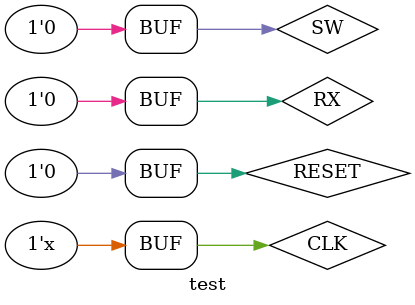
<source format=v>
`timescale 1ns / 1ps


module test;
	// Inputs
	reg CLK;
	reg RESET;
	reg SW;
	reg RX;

	// Outputs
	wire TX;
	wire [7:0] rx_data_reg;
	wire DIR;

	// Instantiate the Unit Under Test (UUT)
	SIO uut (
		.CLK(CLK), 
		.RESET(RESET), 
		.SW(SW), 
		.RX(RX), 
		.TX(TX), 
		.rx_data_reg(rx_data_reg), 
		.DIR(DIR)
	);


	always
		#10 CLK = ~ CLK;

	initial begin
		// Initialize Inputs
		CLK = 0;
		RESET = 0;
		SW = 0;
		RX = 0;
	end
      
endmodule


</source>
